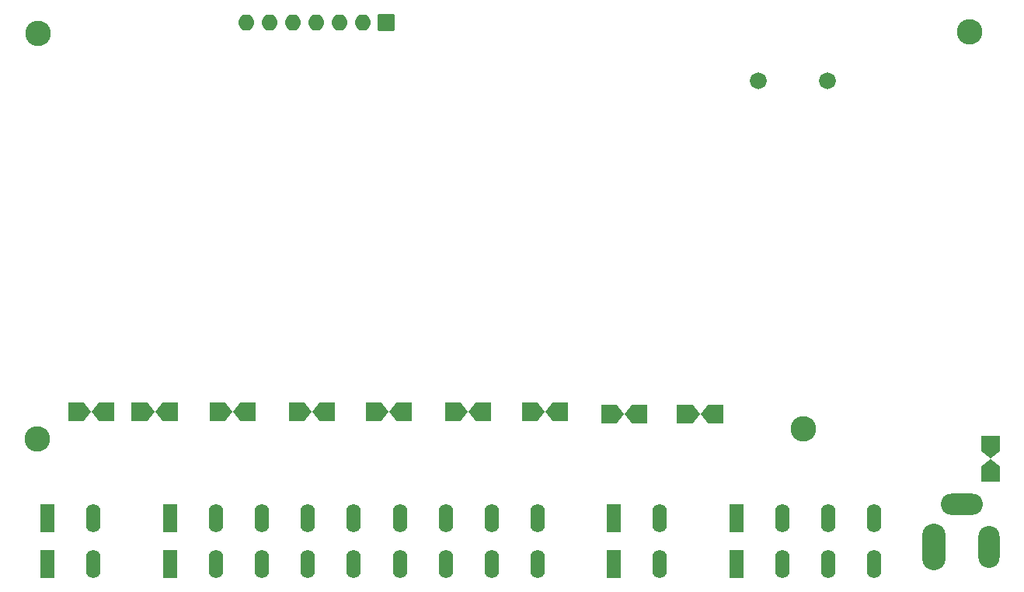
<source format=gbr>
G04 #@! TF.GenerationSoftware,KiCad,Pcbnew,(7.0.0)*
G04 #@! TF.CreationDate,2023-03-28T16:02:03-07:00*
G04 #@! TF.ProjectId,OpenSprinkler,4f70656e-5370-4726-996e-6b6c65722e6b,1*
G04 #@! TF.SameCoordinates,Original*
G04 #@! TF.FileFunction,Soldermask,Bot*
G04 #@! TF.FilePolarity,Negative*
%FSLAX46Y46*%
G04 Gerber Fmt 4.6, Leading zero omitted, Abs format (unit mm)*
G04 Created by KiCad (PCBNEW (7.0.0)) date 2023-03-28 16:02:03*
%MOMM*%
%LPD*%
G01*
G04 APERTURE LIST*
G04 Aperture macros list*
%AMRoundRect*
0 Rectangle with rounded corners*
0 $1 Rounding radius*
0 $2 $3 $4 $5 $6 $7 $8 $9 X,Y pos of 4 corners*
0 Add a 4 corners polygon primitive as box body*
4,1,4,$2,$3,$4,$5,$6,$7,$8,$9,$2,$3,0*
0 Add four circle primitives for the rounded corners*
1,1,$1+$1,$2,$3*
1,1,$1+$1,$4,$5*
1,1,$1+$1,$6,$7*
1,1,$1+$1,$8,$9*
0 Add four rect primitives between the rounded corners*
20,1,$1+$1,$2,$3,$4,$5,0*
20,1,$1+$1,$4,$5,$6,$7,0*
20,1,$1+$1,$6,$7,$8,$9,0*
20,1,$1+$1,$8,$9,$2,$3,0*%
%AMFreePoly0*
4,1,14,-0.351096,0.988808,0.410904,0.023608,0.419100,0.000000,0.410904,-0.023608,-0.351096,-0.988808,-0.370318,-1.001772,-0.393495,-1.001193,-0.412046,-0.987285,-0.419100,-0.965200,-0.419100,0.965200,-0.412046,0.987285,-0.393495,1.001193,-0.370318,1.001772,-0.351096,0.988808,-0.351096,0.988808,$1*%
G04 Aperture macros list end*
%ADD10RoundRect,0.038100X-0.960871X0.811312X-0.960871X-0.811312X0.960871X-0.811312X0.960871X0.811312X0*%
%ADD11FreePoly0,270.000000*%
%ADD12FreePoly0,90.000000*%
%ADD13RoundRect,0.038100X0.960871X-0.812056X0.960871X0.812056X-0.960871X0.812056X-0.960871X-0.812056X0*%
%ADD14RoundRect,0.038100X-0.811312X-0.960871X0.811312X-0.960871X0.811312X0.960871X-0.811312X0.960871X0*%
%ADD15FreePoly0,0.000000*%
%ADD16FreePoly0,180.000000*%
%ADD17RoundRect,0.038100X0.812056X0.960871X-0.812056X0.960871X-0.812056X-0.960871X0.812056X-0.960871X0*%
%ADD18O,2.576200X5.076200*%
%ADD19O,2.326200X4.576200*%
%ADD20O,4.576200X2.326200*%
%ADD21RoundRect,0.038100X-0.750000X-1.500000X0.750000X-1.500000X0.750000X1.500000X-0.750000X1.500000X0*%
%ADD22O,1.576200X3.076200*%
%ADD23C,2.776200*%
%ADD24RoundRect,0.038100X-0.850000X0.850000X-0.850000X-0.850000X0.850000X-0.850000X0.850000X0.850000X0*%
%ADD25O,1.776200X1.776200*%
%ADD26C,1.828800*%
G04 APERTURE END LIST*
D10*
X185847471Y-109907288D03*
D11*
X185851800Y-111099600D03*
D12*
X185847475Y-112064800D03*
D13*
X185851804Y-113257856D03*
D14*
X93091000Y-106426004D03*
D15*
X94283312Y-106421675D03*
D16*
X95248512Y-106426000D03*
D17*
X96441568Y-106421671D03*
D14*
X135610600Y-106426004D03*
D15*
X136802912Y-106421675D03*
D16*
X137768112Y-106426000D03*
D17*
X138961168Y-106421671D03*
D14*
X118592600Y-106426004D03*
D15*
X119784912Y-106421675D03*
D16*
X120750112Y-106426000D03*
D17*
X121943168Y-106421671D03*
D14*
X144246600Y-106680004D03*
D15*
X145438912Y-106675675D03*
D16*
X146404112Y-106680000D03*
D17*
X147597168Y-106675671D03*
D14*
X110210600Y-106426004D03*
D15*
X111402912Y-106421675D03*
D16*
X112368112Y-106426000D03*
D17*
X113561168Y-106421671D03*
D14*
X127228600Y-106426004D03*
D15*
X128420912Y-106421675D03*
D16*
X129386112Y-106426000D03*
D17*
X130579168Y-106421671D03*
D14*
X152525512Y-106675679D03*
D15*
X153717824Y-106671350D03*
D16*
X154683024Y-106675675D03*
D17*
X155876080Y-106671346D03*
D14*
X101574600Y-106426004D03*
D15*
X102766912Y-106421675D03*
D16*
X103732112Y-106426000D03*
D17*
X104925168Y-106421671D03*
D14*
X86156800Y-106426004D03*
D15*
X87349112Y-106421675D03*
D16*
X88314312Y-106426000D03*
D17*
X89507368Y-106421671D03*
D18*
X179704999Y-121183399D03*
D19*
X185704999Y-121183399D03*
D20*
X182704999Y-116483399D03*
D21*
X83087200Y-118012200D03*
X83087200Y-123012200D03*
D22*
X88087199Y-118012199D03*
X88087199Y-123012199D03*
D23*
X183570800Y-65000000D03*
X82070800Y-65200000D03*
D24*
X119970800Y-64000000D03*
D25*
X117430799Y-63999999D03*
X114890799Y-63999999D03*
X112350799Y-63999999D03*
X109810799Y-63999999D03*
X107270799Y-63999999D03*
X104730799Y-63999999D03*
D23*
X165430200Y-108305600D03*
D21*
X144809200Y-118012200D03*
X144809200Y-123012200D03*
D22*
X149809199Y-118012199D03*
X149809199Y-123012199D03*
D26*
X168059100Y-70358000D03*
X160566100Y-70358000D03*
D21*
X158126400Y-118012200D03*
X158126400Y-123012200D03*
D22*
X163126399Y-118012199D03*
X163126399Y-123012199D03*
X168126399Y-118012199D03*
X168126399Y-123012199D03*
X173126399Y-118012199D03*
X173126399Y-123012199D03*
D21*
X96455200Y-118012200D03*
X96455200Y-123012200D03*
D22*
X101455199Y-118012199D03*
X101455199Y-123012199D03*
X106455199Y-118012199D03*
X106455199Y-123012199D03*
X111455199Y-118012199D03*
X111455199Y-123012199D03*
X116455199Y-118012199D03*
X116455199Y-123012199D03*
X121455199Y-118012199D03*
X121455199Y-123012199D03*
X126455199Y-118012199D03*
X126455199Y-123012199D03*
X131455199Y-118012199D03*
X131455199Y-123012199D03*
X136455199Y-118012199D03*
X136455199Y-123012199D03*
D23*
X81940400Y-109397800D03*
M02*

</source>
